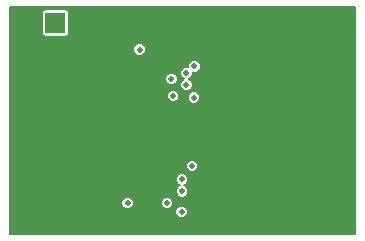
<source format=gbl>
G04 #@! TF.FileFunction,Copper,L4,Bot,Signal*
%FSLAX46Y46*%
G04 Gerber Fmt 4.6, Leading zero omitted, Abs format (unit mm)*
G04 Created by KiCad (PCBNEW 4.0.6-e0-6349~53~ubuntu14.04.1) date Thu Apr 13 00:44:52 2017*
%MOMM*%
%LPD*%
G01*
G04 APERTURE LIST*
%ADD10C,0.100000*%
%ADD11R,4.500000X2.000000*%
%ADD12R,1.700000X1.700000*%
%ADD13O,1.700000X1.700000*%
%ADD14C,0.460000*%
%ADD15C,0.200000*%
G04 APERTURE END LIST*
D10*
D11*
X132575000Y-89025000D03*
X132575000Y-94975000D03*
X157425000Y-94950000D03*
X157425000Y-89000000D03*
D12*
X134210000Y-81750000D03*
D13*
X136750000Y-81750000D03*
D14*
X145950000Y-88075000D03*
X145325000Y-87000000D03*
X145325000Y-86000000D03*
X146000000Y-85425000D03*
X145025000Y-91850000D03*
X145025000Y-90150000D03*
X146025000Y-91000000D03*
X143850000Y-90950000D03*
X140575000Y-89750000D03*
X143825000Y-91825000D03*
X146075000Y-91825000D03*
X145975000Y-90125000D03*
X143825000Y-90150000D03*
X148775000Y-91050000D03*
X149600000Y-91050000D03*
X150475000Y-91775000D03*
X151625000Y-92900000D03*
X153700000Y-93250000D03*
X149275000Y-88600000D03*
X150875000Y-88725000D03*
X152025000Y-89750000D03*
X153575000Y-90775000D03*
X140750000Y-91025000D03*
X139525000Y-90825000D03*
X138150000Y-90825000D03*
X136800000Y-90825000D03*
X135425000Y-90775000D03*
X131050000Y-90325000D03*
X132350000Y-90375000D03*
X133475000Y-90400000D03*
X134775000Y-90450000D03*
X135300000Y-89825000D03*
X135250000Y-88525000D03*
X135125000Y-87675000D03*
X134125000Y-87650000D03*
X133000000Y-87700000D03*
X131950000Y-87700000D03*
X131000000Y-87700000D03*
X131000000Y-86000000D03*
X131025000Y-84800000D03*
X131000000Y-83350000D03*
X131025000Y-82200000D03*
X131025000Y-81125000D03*
X132250000Y-81125000D03*
X138750000Y-80875000D03*
X140600000Y-80925000D03*
X141950000Y-80900000D03*
X143275000Y-80900000D03*
X144575000Y-80925000D03*
X146325000Y-80925000D03*
X147675000Y-80925000D03*
X149250000Y-80925000D03*
X150750000Y-80925000D03*
X152000000Y-80925000D03*
X153250000Y-80925000D03*
X154750000Y-80925000D03*
X156225000Y-80925000D03*
X157525000Y-80925000D03*
X158925000Y-80925000D03*
X158925000Y-82075000D03*
X158925000Y-83375000D03*
X158950000Y-84975000D03*
X158950000Y-86475000D03*
X158825000Y-87525000D03*
X157725000Y-87500000D03*
X156600000Y-87525000D03*
X155450000Y-87525000D03*
X154775000Y-88300000D03*
X154725000Y-89650000D03*
X155200000Y-90425000D03*
X156250000Y-90425000D03*
X157525000Y-90400000D03*
X158800000Y-90450000D03*
X158900000Y-93475000D03*
X157775000Y-93550000D03*
X156525000Y-93525000D03*
X155850000Y-93250000D03*
X154775000Y-93625000D03*
X154825000Y-95200000D03*
X154850000Y-96250000D03*
X156100000Y-96375000D03*
X157000000Y-96325000D03*
X157950000Y-96325000D03*
X158925000Y-96350000D03*
X158950000Y-97875000D03*
X158950000Y-98900000D03*
X157650000Y-98875000D03*
X156125000Y-98850000D03*
X154550000Y-98850000D03*
X152500000Y-98850000D03*
X150775000Y-98850000D03*
X149125000Y-98850000D03*
X147800000Y-98850000D03*
X146025000Y-98875000D03*
X143725000Y-98875000D03*
X141850000Y-98875000D03*
X140050000Y-98875000D03*
X138575000Y-98850000D03*
X136800000Y-98850000D03*
X135275000Y-98850000D03*
X133900000Y-98850000D03*
X132400000Y-98850000D03*
X131075000Y-98875000D03*
X131075000Y-97550000D03*
X131075000Y-96400000D03*
X132375000Y-96375000D03*
X133375000Y-96350000D03*
X134325000Y-96325000D03*
X135175000Y-95875000D03*
X135225000Y-94975000D03*
X135225000Y-94175000D03*
X134475000Y-93625000D03*
X131725000Y-93625000D03*
X131075000Y-93175000D03*
X132650000Y-93225000D03*
X133850000Y-93000000D03*
X134875000Y-92900000D03*
X136225000Y-92925000D03*
X137575000Y-92950000D03*
X138825000Y-93075000D03*
X140600000Y-93125000D03*
X142325000Y-87000000D03*
X142325000Y-86000000D03*
X141750000Y-88900000D03*
X141750000Y-93100000D03*
X142450000Y-93750000D03*
X143400000Y-93750000D03*
X148250000Y-93100000D03*
X147550000Y-93750000D03*
X146600000Y-93750000D03*
X145000000Y-93750000D03*
X147500000Y-91325000D03*
X147500000Y-90675000D03*
X142500000Y-91325000D03*
X142500000Y-90675000D03*
X148250000Y-88900000D03*
X142450000Y-88250000D03*
X147550000Y-88275000D03*
X143400000Y-88250000D03*
X146600000Y-88275000D03*
X145000000Y-88275000D03*
X145000000Y-91000000D03*
X147675000Y-87000000D03*
X147675000Y-86000000D03*
X148700000Y-97750000D03*
X147550000Y-96000000D03*
X147550000Y-95000000D03*
X143675000Y-97000000D03*
X144925000Y-97750000D03*
X144950000Y-96000000D03*
X145800000Y-93850000D03*
X144950000Y-95000000D03*
X144050000Y-86500000D03*
X141350000Y-84000000D03*
X144200000Y-87925000D03*
X140350000Y-97000000D03*
D15*
G36*
X159625000Y-99625000D02*
X130375000Y-99625000D01*
X130375000Y-97854961D01*
X144394909Y-97854961D01*
X144475426Y-98049828D01*
X144624387Y-98199050D01*
X144819114Y-98279907D01*
X145029961Y-98280091D01*
X145224828Y-98199574D01*
X145374050Y-98050613D01*
X145454907Y-97855886D01*
X145455091Y-97645039D01*
X145374574Y-97450172D01*
X145225613Y-97300950D01*
X145030886Y-97220093D01*
X144820039Y-97219909D01*
X144625172Y-97300426D01*
X144475950Y-97449387D01*
X144395093Y-97644114D01*
X144394909Y-97854961D01*
X130375000Y-97854961D01*
X130375000Y-97104961D01*
X139819909Y-97104961D01*
X139900426Y-97299828D01*
X140049387Y-97449050D01*
X140244114Y-97529907D01*
X140454961Y-97530091D01*
X140649828Y-97449574D01*
X140799050Y-97300613D01*
X140879907Y-97105886D01*
X140879907Y-97104961D01*
X143144909Y-97104961D01*
X143225426Y-97299828D01*
X143374387Y-97449050D01*
X143569114Y-97529907D01*
X143779961Y-97530091D01*
X143974828Y-97449574D01*
X144124050Y-97300613D01*
X144204907Y-97105886D01*
X144205091Y-96895039D01*
X144124574Y-96700172D01*
X143975613Y-96550950D01*
X143780886Y-96470093D01*
X143570039Y-96469909D01*
X143375172Y-96550426D01*
X143225950Y-96699387D01*
X143145093Y-96894114D01*
X143144909Y-97104961D01*
X140879907Y-97104961D01*
X140880091Y-96895039D01*
X140799574Y-96700172D01*
X140650613Y-96550950D01*
X140455886Y-96470093D01*
X140245039Y-96469909D01*
X140050172Y-96550426D01*
X139900950Y-96699387D01*
X139820093Y-96894114D01*
X139819909Y-97104961D01*
X130375000Y-97104961D01*
X130375000Y-95104961D01*
X144419909Y-95104961D01*
X144500426Y-95299828D01*
X144649387Y-95449050D01*
X144772151Y-95500026D01*
X144650172Y-95550426D01*
X144500950Y-95699387D01*
X144420093Y-95894114D01*
X144419909Y-96104961D01*
X144500426Y-96299828D01*
X144649387Y-96449050D01*
X144844114Y-96529907D01*
X145054961Y-96530091D01*
X145249828Y-96449574D01*
X145399050Y-96300613D01*
X145479907Y-96105886D01*
X145480091Y-95895039D01*
X145399574Y-95700172D01*
X145250613Y-95550950D01*
X145127849Y-95499974D01*
X145249828Y-95449574D01*
X145399050Y-95300613D01*
X145479907Y-95105886D01*
X145480091Y-94895039D01*
X145399574Y-94700172D01*
X145250613Y-94550950D01*
X145055886Y-94470093D01*
X144845039Y-94469909D01*
X144650172Y-94550426D01*
X144500950Y-94699387D01*
X144420093Y-94894114D01*
X144419909Y-95104961D01*
X130375000Y-95104961D01*
X130375000Y-93954961D01*
X145269909Y-93954961D01*
X145350426Y-94149828D01*
X145499387Y-94299050D01*
X145694114Y-94379907D01*
X145904961Y-94380091D01*
X146099828Y-94299574D01*
X146249050Y-94150613D01*
X146329907Y-93955886D01*
X146330091Y-93745039D01*
X146249574Y-93550172D01*
X146100613Y-93400950D01*
X145905886Y-93320093D01*
X145695039Y-93319909D01*
X145500172Y-93400426D01*
X145350950Y-93549387D01*
X145270093Y-93744114D01*
X145269909Y-93954961D01*
X130375000Y-93954961D01*
X130375000Y-88029961D01*
X143669909Y-88029961D01*
X143750426Y-88224828D01*
X143899387Y-88374050D01*
X144094114Y-88454907D01*
X144304961Y-88455091D01*
X144499828Y-88374574D01*
X144649050Y-88225613D01*
X144668006Y-88179961D01*
X145419909Y-88179961D01*
X145500426Y-88374828D01*
X145649387Y-88524050D01*
X145844114Y-88604907D01*
X146054961Y-88605091D01*
X146249828Y-88524574D01*
X146399050Y-88375613D01*
X146479907Y-88180886D01*
X146480091Y-87970039D01*
X146399574Y-87775172D01*
X146250613Y-87625950D01*
X146055886Y-87545093D01*
X145845039Y-87544909D01*
X145650172Y-87625426D01*
X145500950Y-87774387D01*
X145420093Y-87969114D01*
X145419909Y-88179961D01*
X144668006Y-88179961D01*
X144729907Y-88030886D01*
X144730091Y-87820039D01*
X144649574Y-87625172D01*
X144500613Y-87475950D01*
X144305886Y-87395093D01*
X144095039Y-87394909D01*
X143900172Y-87475426D01*
X143750950Y-87624387D01*
X143670093Y-87819114D01*
X143669909Y-88029961D01*
X130375000Y-88029961D01*
X130375000Y-86604961D01*
X143519909Y-86604961D01*
X143600426Y-86799828D01*
X143749387Y-86949050D01*
X143944114Y-87029907D01*
X144154961Y-87030091D01*
X144349828Y-86949574D01*
X144499050Y-86800613D01*
X144579907Y-86605886D01*
X144580091Y-86395039D01*
X144499574Y-86200172D01*
X144404530Y-86104961D01*
X144794909Y-86104961D01*
X144875426Y-86299828D01*
X145024387Y-86449050D01*
X145147151Y-86500026D01*
X145025172Y-86550426D01*
X144875950Y-86699387D01*
X144795093Y-86894114D01*
X144794909Y-87104961D01*
X144875426Y-87299828D01*
X145024387Y-87449050D01*
X145219114Y-87529907D01*
X145429961Y-87530091D01*
X145624828Y-87449574D01*
X145774050Y-87300613D01*
X145854907Y-87105886D01*
X145855091Y-86895039D01*
X145774574Y-86700172D01*
X145625613Y-86550950D01*
X145502849Y-86499974D01*
X145624828Y-86449574D01*
X145774050Y-86300613D01*
X145854907Y-86105886D01*
X145855053Y-85938688D01*
X145894114Y-85954907D01*
X146104961Y-85955091D01*
X146299828Y-85874574D01*
X146449050Y-85725613D01*
X146529907Y-85530886D01*
X146530091Y-85320039D01*
X146449574Y-85125172D01*
X146300613Y-84975950D01*
X146105886Y-84895093D01*
X145895039Y-84894909D01*
X145700172Y-84975426D01*
X145550950Y-85124387D01*
X145470093Y-85319114D01*
X145469947Y-85486312D01*
X145430886Y-85470093D01*
X145220039Y-85469909D01*
X145025172Y-85550426D01*
X144875950Y-85699387D01*
X144795093Y-85894114D01*
X144794909Y-86104961D01*
X144404530Y-86104961D01*
X144350613Y-86050950D01*
X144155886Y-85970093D01*
X143945039Y-85969909D01*
X143750172Y-86050426D01*
X143600950Y-86199387D01*
X143520093Y-86394114D01*
X143519909Y-86604961D01*
X130375000Y-86604961D01*
X130375000Y-84104961D01*
X140819909Y-84104961D01*
X140900426Y-84299828D01*
X141049387Y-84449050D01*
X141244114Y-84529907D01*
X141454961Y-84530091D01*
X141649828Y-84449574D01*
X141799050Y-84300613D01*
X141879907Y-84105886D01*
X141880091Y-83895039D01*
X141799574Y-83700172D01*
X141650613Y-83550950D01*
X141455886Y-83470093D01*
X141245039Y-83469909D01*
X141050172Y-83550426D01*
X140900950Y-83699387D01*
X140820093Y-83894114D01*
X140819909Y-84104961D01*
X130375000Y-84104961D01*
X130375000Y-80900000D01*
X133054123Y-80900000D01*
X133054123Y-82600000D01*
X133075042Y-82711173D01*
X133140745Y-82813279D01*
X133240997Y-82881778D01*
X133360000Y-82905877D01*
X135060000Y-82905877D01*
X135171173Y-82884958D01*
X135273279Y-82819255D01*
X135341778Y-82719003D01*
X135365877Y-82600000D01*
X135365877Y-80900000D01*
X135344958Y-80788827D01*
X135279255Y-80686721D01*
X135179003Y-80618222D01*
X135060000Y-80594123D01*
X133360000Y-80594123D01*
X133248827Y-80615042D01*
X133146721Y-80680745D01*
X133078222Y-80780997D01*
X133054123Y-80900000D01*
X130375000Y-80900000D01*
X130375000Y-80375000D01*
X159625000Y-80375000D01*
X159625000Y-99625000D01*
X159625000Y-99625000D01*
G37*
X159625000Y-99625000D02*
X130375000Y-99625000D01*
X130375000Y-97854961D01*
X144394909Y-97854961D01*
X144475426Y-98049828D01*
X144624387Y-98199050D01*
X144819114Y-98279907D01*
X145029961Y-98280091D01*
X145224828Y-98199574D01*
X145374050Y-98050613D01*
X145454907Y-97855886D01*
X145455091Y-97645039D01*
X145374574Y-97450172D01*
X145225613Y-97300950D01*
X145030886Y-97220093D01*
X144820039Y-97219909D01*
X144625172Y-97300426D01*
X144475950Y-97449387D01*
X144395093Y-97644114D01*
X144394909Y-97854961D01*
X130375000Y-97854961D01*
X130375000Y-97104961D01*
X139819909Y-97104961D01*
X139900426Y-97299828D01*
X140049387Y-97449050D01*
X140244114Y-97529907D01*
X140454961Y-97530091D01*
X140649828Y-97449574D01*
X140799050Y-97300613D01*
X140879907Y-97105886D01*
X140879907Y-97104961D01*
X143144909Y-97104961D01*
X143225426Y-97299828D01*
X143374387Y-97449050D01*
X143569114Y-97529907D01*
X143779961Y-97530091D01*
X143974828Y-97449574D01*
X144124050Y-97300613D01*
X144204907Y-97105886D01*
X144205091Y-96895039D01*
X144124574Y-96700172D01*
X143975613Y-96550950D01*
X143780886Y-96470093D01*
X143570039Y-96469909D01*
X143375172Y-96550426D01*
X143225950Y-96699387D01*
X143145093Y-96894114D01*
X143144909Y-97104961D01*
X140879907Y-97104961D01*
X140880091Y-96895039D01*
X140799574Y-96700172D01*
X140650613Y-96550950D01*
X140455886Y-96470093D01*
X140245039Y-96469909D01*
X140050172Y-96550426D01*
X139900950Y-96699387D01*
X139820093Y-96894114D01*
X139819909Y-97104961D01*
X130375000Y-97104961D01*
X130375000Y-95104961D01*
X144419909Y-95104961D01*
X144500426Y-95299828D01*
X144649387Y-95449050D01*
X144772151Y-95500026D01*
X144650172Y-95550426D01*
X144500950Y-95699387D01*
X144420093Y-95894114D01*
X144419909Y-96104961D01*
X144500426Y-96299828D01*
X144649387Y-96449050D01*
X144844114Y-96529907D01*
X145054961Y-96530091D01*
X145249828Y-96449574D01*
X145399050Y-96300613D01*
X145479907Y-96105886D01*
X145480091Y-95895039D01*
X145399574Y-95700172D01*
X145250613Y-95550950D01*
X145127849Y-95499974D01*
X145249828Y-95449574D01*
X145399050Y-95300613D01*
X145479907Y-95105886D01*
X145480091Y-94895039D01*
X145399574Y-94700172D01*
X145250613Y-94550950D01*
X145055886Y-94470093D01*
X144845039Y-94469909D01*
X144650172Y-94550426D01*
X144500950Y-94699387D01*
X144420093Y-94894114D01*
X144419909Y-95104961D01*
X130375000Y-95104961D01*
X130375000Y-93954961D01*
X145269909Y-93954961D01*
X145350426Y-94149828D01*
X145499387Y-94299050D01*
X145694114Y-94379907D01*
X145904961Y-94380091D01*
X146099828Y-94299574D01*
X146249050Y-94150613D01*
X146329907Y-93955886D01*
X146330091Y-93745039D01*
X146249574Y-93550172D01*
X146100613Y-93400950D01*
X145905886Y-93320093D01*
X145695039Y-93319909D01*
X145500172Y-93400426D01*
X145350950Y-93549387D01*
X145270093Y-93744114D01*
X145269909Y-93954961D01*
X130375000Y-93954961D01*
X130375000Y-88029961D01*
X143669909Y-88029961D01*
X143750426Y-88224828D01*
X143899387Y-88374050D01*
X144094114Y-88454907D01*
X144304961Y-88455091D01*
X144499828Y-88374574D01*
X144649050Y-88225613D01*
X144668006Y-88179961D01*
X145419909Y-88179961D01*
X145500426Y-88374828D01*
X145649387Y-88524050D01*
X145844114Y-88604907D01*
X146054961Y-88605091D01*
X146249828Y-88524574D01*
X146399050Y-88375613D01*
X146479907Y-88180886D01*
X146480091Y-87970039D01*
X146399574Y-87775172D01*
X146250613Y-87625950D01*
X146055886Y-87545093D01*
X145845039Y-87544909D01*
X145650172Y-87625426D01*
X145500950Y-87774387D01*
X145420093Y-87969114D01*
X145419909Y-88179961D01*
X144668006Y-88179961D01*
X144729907Y-88030886D01*
X144730091Y-87820039D01*
X144649574Y-87625172D01*
X144500613Y-87475950D01*
X144305886Y-87395093D01*
X144095039Y-87394909D01*
X143900172Y-87475426D01*
X143750950Y-87624387D01*
X143670093Y-87819114D01*
X143669909Y-88029961D01*
X130375000Y-88029961D01*
X130375000Y-86604961D01*
X143519909Y-86604961D01*
X143600426Y-86799828D01*
X143749387Y-86949050D01*
X143944114Y-87029907D01*
X144154961Y-87030091D01*
X144349828Y-86949574D01*
X144499050Y-86800613D01*
X144579907Y-86605886D01*
X144580091Y-86395039D01*
X144499574Y-86200172D01*
X144404530Y-86104961D01*
X144794909Y-86104961D01*
X144875426Y-86299828D01*
X145024387Y-86449050D01*
X145147151Y-86500026D01*
X145025172Y-86550426D01*
X144875950Y-86699387D01*
X144795093Y-86894114D01*
X144794909Y-87104961D01*
X144875426Y-87299828D01*
X145024387Y-87449050D01*
X145219114Y-87529907D01*
X145429961Y-87530091D01*
X145624828Y-87449574D01*
X145774050Y-87300613D01*
X145854907Y-87105886D01*
X145855091Y-86895039D01*
X145774574Y-86700172D01*
X145625613Y-86550950D01*
X145502849Y-86499974D01*
X145624828Y-86449574D01*
X145774050Y-86300613D01*
X145854907Y-86105886D01*
X145855053Y-85938688D01*
X145894114Y-85954907D01*
X146104961Y-85955091D01*
X146299828Y-85874574D01*
X146449050Y-85725613D01*
X146529907Y-85530886D01*
X146530091Y-85320039D01*
X146449574Y-85125172D01*
X146300613Y-84975950D01*
X146105886Y-84895093D01*
X145895039Y-84894909D01*
X145700172Y-84975426D01*
X145550950Y-85124387D01*
X145470093Y-85319114D01*
X145469947Y-85486312D01*
X145430886Y-85470093D01*
X145220039Y-85469909D01*
X145025172Y-85550426D01*
X144875950Y-85699387D01*
X144795093Y-85894114D01*
X144794909Y-86104961D01*
X144404530Y-86104961D01*
X144350613Y-86050950D01*
X144155886Y-85970093D01*
X143945039Y-85969909D01*
X143750172Y-86050426D01*
X143600950Y-86199387D01*
X143520093Y-86394114D01*
X143519909Y-86604961D01*
X130375000Y-86604961D01*
X130375000Y-84104961D01*
X140819909Y-84104961D01*
X140900426Y-84299828D01*
X141049387Y-84449050D01*
X141244114Y-84529907D01*
X141454961Y-84530091D01*
X141649828Y-84449574D01*
X141799050Y-84300613D01*
X141879907Y-84105886D01*
X141880091Y-83895039D01*
X141799574Y-83700172D01*
X141650613Y-83550950D01*
X141455886Y-83470093D01*
X141245039Y-83469909D01*
X141050172Y-83550426D01*
X140900950Y-83699387D01*
X140820093Y-83894114D01*
X140819909Y-84104961D01*
X130375000Y-84104961D01*
X130375000Y-80900000D01*
X133054123Y-80900000D01*
X133054123Y-82600000D01*
X133075042Y-82711173D01*
X133140745Y-82813279D01*
X133240997Y-82881778D01*
X133360000Y-82905877D01*
X135060000Y-82905877D01*
X135171173Y-82884958D01*
X135273279Y-82819255D01*
X135341778Y-82719003D01*
X135365877Y-82600000D01*
X135365877Y-80900000D01*
X135344958Y-80788827D01*
X135279255Y-80686721D01*
X135179003Y-80618222D01*
X135060000Y-80594123D01*
X133360000Y-80594123D01*
X133248827Y-80615042D01*
X133146721Y-80680745D01*
X133078222Y-80780997D01*
X133054123Y-80900000D01*
X130375000Y-80900000D01*
X130375000Y-80375000D01*
X159625000Y-80375000D01*
X159625000Y-99625000D01*
M02*

</source>
